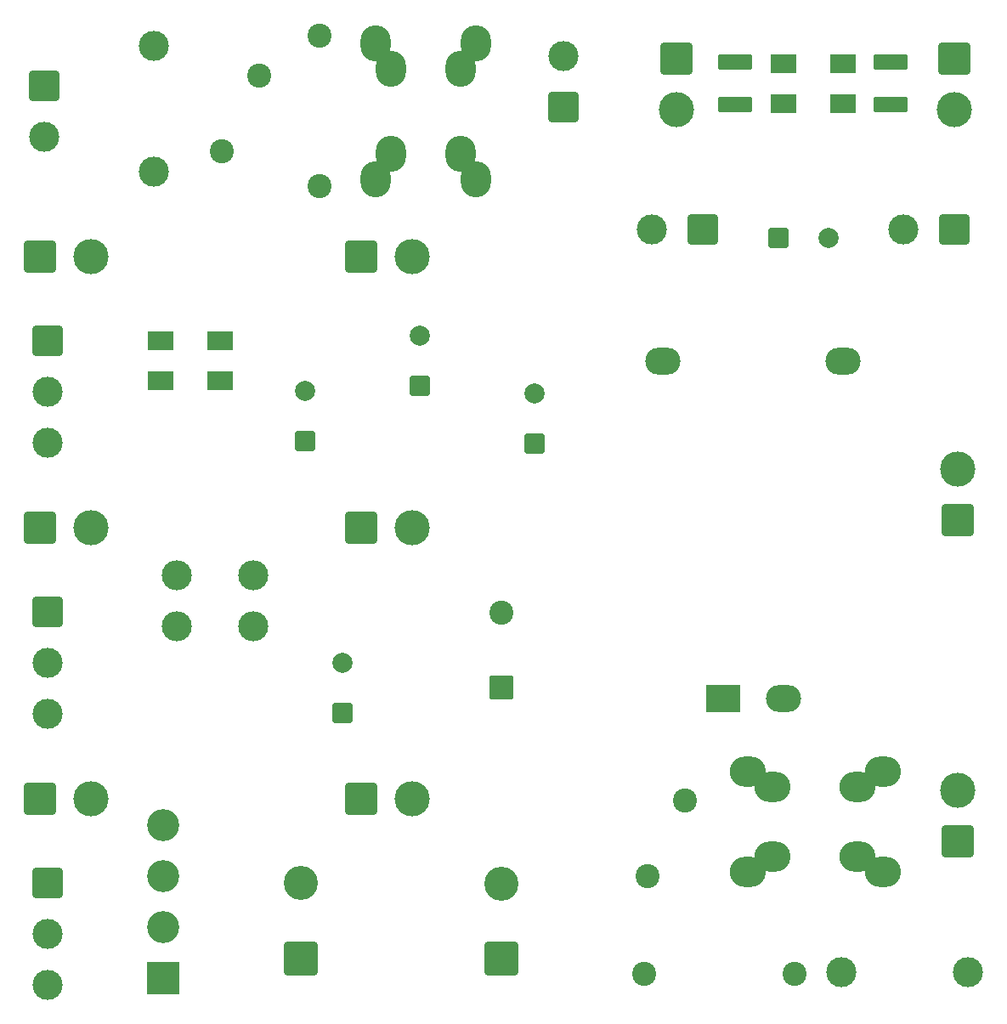
<source format=gts>
%TF.GenerationSoftware,KiCad,Pcbnew,9.0.2*%
%TF.CreationDate,2025-06-27T09:24:05+02:00*%
%TF.ProjectId,led_driver_220v_p2,6c65645f-6472-4697-9665-725f32323076,rev?*%
%TF.SameCoordinates,Original*%
%TF.FileFunction,Soldermask,Top*%
%TF.FilePolarity,Negative*%
%FSLAX46Y46*%
G04 Gerber Fmt 4.6, Leading zero omitted, Abs format (unit mm)*
G04 Created by KiCad (PCBNEW 9.0.2) date 2025-06-27 09:24:05*
%MOMM*%
%LPD*%
G01*
G04 APERTURE LIST*
G04 Aperture macros list*
%AMRoundRect*
0 Rectangle with rounded corners*
0 $1 Rounding radius*
0 $2 $3 $4 $5 $6 $7 $8 $9 X,Y pos of 4 corners*
0 Add a 4 corners polygon primitive as box body*
4,1,4,$2,$3,$4,$5,$6,$7,$8,$9,$2,$3,0*
0 Add four circle primitives for the rounded corners*
1,1,$1+$1,$2,$3*
1,1,$1+$1,$4,$5*
1,1,$1+$1,$6,$7*
1,1,$1+$1,$8,$9*
0 Add four rect primitives between the rounded corners*
20,1,$1+$1,$2,$3,$4,$5,0*
20,1,$1+$1,$4,$5,$6,$7,0*
20,1,$1+$1,$6,$7,$8,$9,0*
20,1,$1+$1,$8,$9,$2,$3,0*%
G04 Aperture macros list end*
%ADD10RoundRect,0.288462X-1.211538X1.211538X-1.211538X-1.211538X1.211538X-1.211538X1.211538X1.211538X0*%
%ADD11C,3.000000*%
%ADD12RoundRect,0.250000X0.750000X-0.750000X0.750000X0.750000X-0.750000X0.750000X-0.750000X-0.750000X0*%
%ADD13C,2.000000*%
%ADD14RoundRect,0.307693X-1.292307X-1.292307X1.292307X-1.292307X1.292307X1.292307X-1.292307X1.292307X0*%
%ADD15C,3.500000*%
%ADD16R,3.200000X3.200000*%
%ADD17C,3.200000*%
%ADD18RoundRect,0.250001X0.949999X-0.949999X0.949999X0.949999X-0.949999X0.949999X-0.949999X-0.949999X0*%
%ADD19C,2.400000*%
%ADD20R,3.500000X2.700000*%
%ADD21O,3.500000X2.700000*%
%ADD22RoundRect,0.354168X1.345832X-1.345832X1.345832X1.345832X-1.345832X1.345832X-1.345832X-1.345832X0*%
%ADD23C,3.400000*%
%ADD24RoundRect,0.250000X-0.750000X-0.750000X0.750000X-0.750000X0.750000X0.750000X-0.750000X0.750000X0*%
%ADD25R,2.500000X1.900000*%
%ADD26RoundRect,0.288462X1.211538X1.211538X-1.211538X1.211538X-1.211538X-1.211538X1.211538X-1.211538X0*%
%ADD27RoundRect,0.250000X-1.450000X0.537500X-1.450000X-0.537500X1.450000X-0.537500X1.450000X0.537500X0*%
%ADD28RoundRect,0.307693X-1.292307X1.292307X-1.292307X-1.292307X1.292307X-1.292307X1.292307X1.292307X0*%
%ADD29RoundRect,0.288462X1.211538X-1.211538X1.211538X1.211538X-1.211538X1.211538X-1.211538X-1.211538X0*%
%ADD30O,3.600000X3.000000*%
%ADD31O,3.000000X3.000000*%
%ADD32O,3.000000X3.600000*%
%ADD33RoundRect,0.307693X1.292307X-1.292307X1.292307X1.292307X-1.292307X1.292307X-1.292307X-1.292307X0*%
G04 APERTURE END LIST*
D10*
%TO.C,J4*%
X51182500Y-72406000D03*
D11*
X51182500Y-77486000D03*
X51182500Y-82566000D03*
%TD*%
D10*
%TO.C,J5*%
X51182500Y-99406000D03*
D11*
X51182500Y-104486000D03*
X51182500Y-109566000D03*
%TD*%
D12*
%TO.C,C1*%
X99745000Y-82590000D03*
D13*
X99745000Y-77590000D03*
%TD*%
D14*
%TO.C,J6*%
X50460000Y-64000000D03*
D15*
X55540000Y-64000000D03*
%TD*%
D16*
%TO.C,D3*%
X62700000Y-135885000D03*
D17*
X62700000Y-130805000D03*
X62700000Y-125725000D03*
X62700000Y-120645000D03*
%TD*%
D18*
%TO.C,C2*%
X96435000Y-106952780D03*
D19*
X96435000Y-99452780D03*
%TD*%
D20*
%TO.C,PS1*%
X118499500Y-108029000D03*
D21*
X124499500Y-108029000D03*
X112499500Y-74429000D03*
X130499500Y-74429000D03*
%TD*%
D10*
%TO.C,J14*%
X50832500Y-46955000D03*
D11*
X50832500Y-52035000D03*
%TD*%
D22*
%TO.C,C6*%
X76416000Y-133901780D03*
D23*
X76416000Y-126401780D03*
%TD*%
D11*
%TO.C,F2*%
X61772000Y-42966000D03*
X61772000Y-55566000D03*
%TD*%
D24*
%TO.C,C8*%
X124047323Y-62143000D03*
D13*
X129047323Y-62143000D03*
%TD*%
D19*
%TO.C,RV1*%
X110976000Y-125710000D03*
X114676000Y-118210000D03*
%TD*%
D25*
%TO.C,D4*%
X124510000Y-44744000D03*
X124510000Y-48744000D03*
X130460000Y-48744000D03*
X130460000Y-44744000D03*
%TD*%
D26*
%TO.C,J12*%
X116514000Y-61254000D03*
D11*
X111434000Y-61254000D03*
%TD*%
D25*
%TO.C,D1*%
X68430000Y-76335000D03*
X68430000Y-72335000D03*
X62480000Y-72335000D03*
X62480000Y-76335000D03*
%TD*%
D27*
%TO.C,C9*%
X135178000Y-44600000D03*
X135178000Y-48875000D03*
%TD*%
D22*
%TO.C,C3*%
X96435000Y-133952780D03*
D23*
X96435000Y-126452780D03*
%TD*%
D28*
%TO.C,J15*%
X141528000Y-44236000D03*
D15*
X141528000Y-49316000D03*
%TD*%
D14*
%TO.C,J9*%
X82460000Y-64000000D03*
D15*
X87540000Y-64000000D03*
%TD*%
D14*
%TO.C,J11*%
X82460000Y-118000000D03*
D15*
X87540000Y-118000000D03*
%TD*%
D26*
%TO.C,J13*%
X141528000Y-61254000D03*
D11*
X136448000Y-61254000D03*
%TD*%
D19*
%TO.C,X2*%
X78282000Y-42000000D03*
X78282000Y-57000000D03*
%TD*%
%TO.C,X1*%
X125660000Y-135422000D03*
X110660000Y-135422000D03*
%TD*%
D29*
%TO.C,J16*%
X102579500Y-49067000D03*
D11*
X102579500Y-43987000D03*
%TD*%
D27*
%TO.C,C10*%
X119684000Y-44600000D03*
X119684000Y-48875000D03*
%TD*%
D30*
%TO.C,L1*%
X131935000Y-123809000D03*
X134435000Y-125309000D03*
X134435000Y-115309000D03*
X131935000Y-116809000D03*
X123435000Y-123809000D03*
X120935000Y-125309000D03*
X120935000Y-115309000D03*
X123435000Y-116809000D03*
%TD*%
D14*
%TO.C,J7*%
X50460000Y-91000000D03*
D15*
X55540000Y-91000000D03*
%TD*%
D12*
%TO.C,C7*%
X76885000Y-82367677D03*
D13*
X76885000Y-77367677D03*
%TD*%
D31*
%TO.C,D2*%
X71670000Y-100795000D03*
X71670000Y-95715000D03*
X64050000Y-95715000D03*
X64050000Y-100795000D03*
%TD*%
D28*
%TO.C,J17*%
X113842000Y-44236000D03*
D15*
X113842000Y-49316000D03*
%TD*%
D32*
%TO.C,L2*%
X85394000Y-53752000D03*
X83894000Y-56252000D03*
X93894000Y-56252000D03*
X92394000Y-53752000D03*
X85394000Y-45252000D03*
X83894000Y-42752000D03*
X93894000Y-42752000D03*
X92394000Y-45252000D03*
%TD*%
D12*
%TO.C,C5*%
X80560000Y-109465000D03*
D13*
X80560000Y-104465000D03*
%TD*%
D10*
%TO.C,J1*%
X51182500Y-126355000D03*
D11*
X51182500Y-131435000D03*
X51182500Y-136515000D03*
%TD*%
D19*
%TO.C,RV2*%
X72258000Y-46000000D03*
X68558000Y-53500000D03*
%TD*%
D33*
%TO.C,J3*%
X141909000Y-90210000D03*
D15*
X141909000Y-85130000D03*
%TD*%
D14*
%TO.C,J10*%
X82460000Y-91000000D03*
D15*
X87540000Y-91000000D03*
%TD*%
D11*
%TO.C,F1*%
X142925000Y-135295000D03*
X130325000Y-135295000D03*
%TD*%
D33*
%TO.C,J2*%
X141909000Y-122214000D03*
D15*
X141909000Y-117134000D03*
%TD*%
D12*
%TO.C,C4*%
X88315000Y-76875000D03*
D13*
X88315000Y-71875000D03*
%TD*%
D14*
%TO.C,J8*%
X50460000Y-118000000D03*
D15*
X55540000Y-118000000D03*
%TD*%
M02*

</source>
